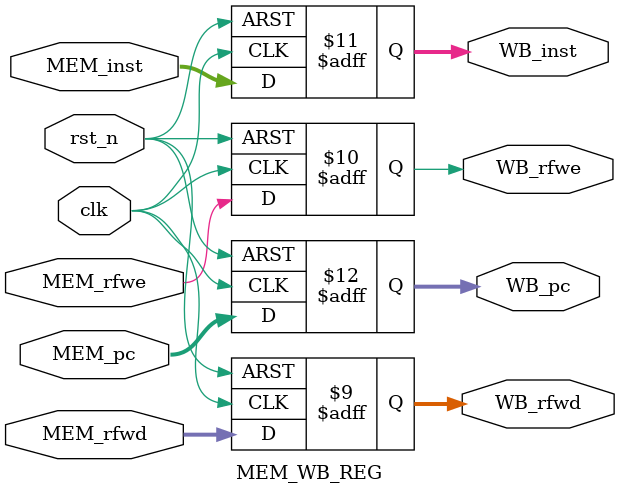
<source format=v>
module MEM_WB_REG(
    input  wire clk,
    input  wire rst_n,
    
    input  wire [31:0] MEM_pc,
    input  wire [31:0] MEM_inst,
    
    input  wire        MEM_rfwe,
    input  wire [31:0] MEM_rfwd,
    
    output reg  [31:0] WB_pc,
    output reg  [31:0] WB_inst,
    
    output reg         WB_rfwe,
    output reg  [31:0] WB_rfwd
    );
    
    always@(posedge clk or negedge rst_n)begin
        if(!rst_n)  WB_pc <= 32'b0;
        else        WB_pc <= MEM_pc;
    end
    
    always@(posedge clk or negedge rst_n)begin
        if(!rst_n)  WB_inst <= 32'b0;
        else        WB_inst <= MEM_inst;
    end
    
    always@(posedge clk or negedge rst_n)begin
        if(!rst_n)  WB_rfwe <= 1'b0;
        else        WB_rfwe <= MEM_rfwe;
    end
    
    always@(posedge clk or negedge rst_n)begin
        if(!rst_n)  WB_rfwd <= 32'b0;
        else        WB_rfwd <= MEM_rfwd;
    end
    
endmodule

</source>
